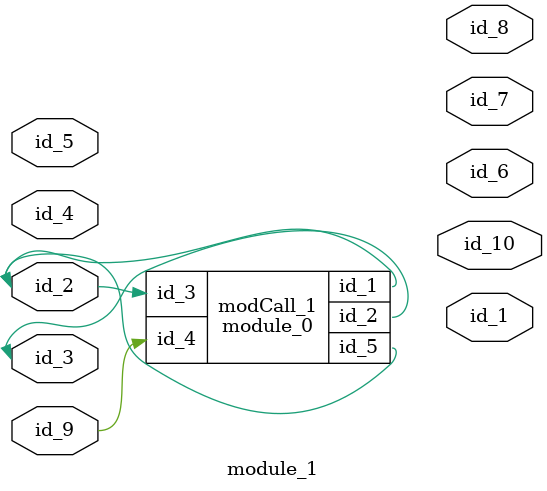
<source format=v>
module module_0 (
    id_1,
    id_2,
    id_3,
    id_4,
    id_5
);
  inout wire id_5;
  input wire id_4;
  input wire id_3;
  inout wire id_2;
  inout wire id_1;
  wire id_6;
endmodule
module module_1 (
    id_1,
    id_2,
    id_3,
    id_4,
    id_5,
    id_6,
    id_7,
    id_8,
    id_9,
    id_10
);
  output wire id_10;
  input wire id_9;
  output wire id_8;
  output wire id_7;
  output wire id_6;
  input wire id_5;
  input wire id_4;
  inout wire id_3;
  inout wire id_2;
  output wire id_1;
  wire id_11;
  module_0 modCall_1 (
      id_2,
      id_3,
      id_2,
      id_9,
      id_2
  );
endmodule

</source>
